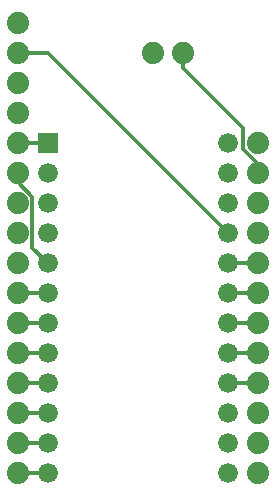
<source format=gbr>
G04 EAGLE Gerber RS-274X export*
G75*
%MOMM*%
%FSLAX34Y34*%
%LPD*%
%INTop Copper*%
%IPPOS*%
%AMOC8*
5,1,8,0,0,1.08239X$1,22.5*%
G01*
%ADD10R,1.676400X1.676400*%
%ADD11C,1.676400*%
%ADD12C,1.879600*%
%ADD13C,0.304800*%


D10*
X38100Y304800D03*
D11*
X38100Y279400D03*
X38100Y254000D03*
X38100Y228600D03*
X38100Y203200D03*
X38100Y177800D03*
X38100Y152400D03*
X38100Y127000D03*
X38100Y101600D03*
X38100Y76200D03*
X38100Y50800D03*
X38100Y25400D03*
X190500Y25400D03*
X190500Y50800D03*
X190500Y76200D03*
X190500Y101600D03*
X190500Y127000D03*
X190500Y152400D03*
X190500Y177800D03*
X190500Y203200D03*
X190500Y228600D03*
X190500Y254000D03*
X190500Y279400D03*
X190500Y304800D03*
D12*
X152400Y381000D03*
X127000Y381000D03*
X12700Y25400D03*
X12700Y50800D03*
X12700Y76200D03*
X12700Y101600D03*
X12700Y127000D03*
X12700Y152400D03*
X12700Y177800D03*
X12700Y203200D03*
X12700Y228600D03*
X12700Y254000D03*
X12700Y279400D03*
X12700Y304800D03*
X12700Y330200D03*
X12700Y355600D03*
X12700Y381000D03*
X12700Y406400D03*
X215900Y25400D03*
X215900Y50800D03*
X215900Y76200D03*
X215900Y101600D03*
X215900Y127000D03*
X215900Y152400D03*
X215900Y177800D03*
X215900Y203200D03*
X215900Y228600D03*
X215900Y254000D03*
X215900Y279400D03*
X215900Y304800D03*
D13*
X215900Y101600D02*
X190500Y101600D01*
X12700Y271601D02*
X12700Y279400D01*
X25146Y216154D02*
X38100Y203200D01*
X25146Y259155D02*
X12700Y271601D01*
X25146Y259155D02*
X25146Y216154D01*
X12700Y177800D02*
X38100Y177800D01*
X38100Y152400D02*
X12700Y152400D01*
X12700Y127000D02*
X38100Y127000D01*
X190500Y152400D02*
X215900Y152400D01*
X215900Y127000D02*
X190500Y127000D01*
X190500Y177800D02*
X215900Y177800D01*
X38100Y76200D02*
X12700Y76200D01*
X190500Y203200D02*
X215900Y203200D01*
X38100Y25400D02*
X12700Y25400D01*
X12700Y50800D02*
X38100Y50800D01*
X38100Y101600D02*
X12700Y101600D01*
X190500Y228600D02*
X38100Y381000D01*
X12700Y381000D01*
X12700Y304800D02*
X38100Y304800D01*
X215900Y287199D02*
X215900Y279400D01*
X215900Y287199D02*
X203454Y299645D01*
X203454Y317246D01*
X152400Y368300D02*
X152400Y381000D01*
X152400Y368300D02*
X203454Y317246D01*
M02*

</source>
